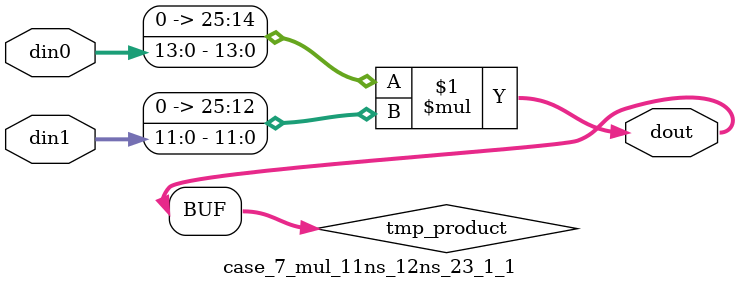
<source format=v>

`timescale 1 ns / 1 ps

 (* use_dsp = "no" *)  module case_7_mul_11ns_12ns_23_1_1(din0, din1, dout);
parameter ID = 1;
parameter NUM_STAGE = 0;
parameter din0_WIDTH = 14;
parameter din1_WIDTH = 12;
parameter dout_WIDTH = 26;

input [din0_WIDTH - 1 : 0] din0; 
input [din1_WIDTH - 1 : 0] din1; 
output [dout_WIDTH - 1 : 0] dout;

wire signed [dout_WIDTH - 1 : 0] tmp_product;
























assign tmp_product = $signed({1'b0, din0}) * $signed({1'b0, din1});











assign dout = tmp_product;





















endmodule

</source>
